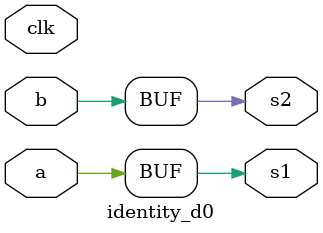
<source format=v>
module identity_d0 (
    input              clk, 
    input       a,
    input       b,
    output      s1,
    output      s2,
);  
    assign s1 = a;
    assign s2 = b;
endmodule

</source>
